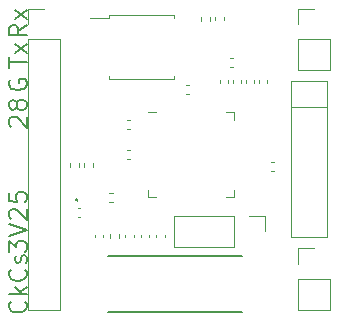
<source format=gbr>
%TF.GenerationSoftware,KiCad,Pcbnew,(6.0.10)*%
%TF.CreationDate,2023-03-03T22:40:34-05:00*%
%TF.ProjectId,module_board,6d6f6475-6c65-45f6-926f-6172642e6b69,rev?*%
%TF.SameCoordinates,Original*%
%TF.FileFunction,Legend,Top*%
%TF.FilePolarity,Positive*%
%FSLAX46Y46*%
G04 Gerber Fmt 4.6, Leading zero omitted, Abs format (unit mm)*
G04 Created by KiCad (PCBNEW (6.0.10)) date 2023-03-03 22:40:34*
%MOMM*%
%LPD*%
G01*
G04 APERTURE LIST*
%ADD10C,0.150000*%
%ADD11C,0.050000*%
%ADD12C,0.120000*%
%ADD13C,0.127000*%
G04 APERTURE END LIST*
D10*
X147078571Y-78642857D02*
X146364285Y-79142857D01*
X147078571Y-79500000D02*
X145578571Y-79500000D01*
X145578571Y-78928571D01*
X145650000Y-78785714D01*
X145721428Y-78714285D01*
X145864285Y-78642857D01*
X146078571Y-78642857D01*
X146221428Y-78714285D01*
X146292857Y-78785714D01*
X146364285Y-78928571D01*
X146364285Y-79500000D01*
X147078571Y-78142857D02*
X146078571Y-77357142D01*
X146078571Y-78142857D02*
X147078571Y-77357142D01*
X145721428Y-87242857D02*
X145650000Y-87171428D01*
X145578571Y-87028571D01*
X145578571Y-86671428D01*
X145650000Y-86528571D01*
X145721428Y-86457142D01*
X145864285Y-86385714D01*
X146007142Y-86385714D01*
X146221428Y-86457142D01*
X147078571Y-87314285D01*
X147078571Y-86385714D01*
X146221428Y-85528571D02*
X146150000Y-85671428D01*
X146078571Y-85742857D01*
X145935714Y-85814285D01*
X145864285Y-85814285D01*
X145721428Y-85742857D01*
X145650000Y-85671428D01*
X145578571Y-85528571D01*
X145578571Y-85242857D01*
X145650000Y-85100000D01*
X145721428Y-85028571D01*
X145864285Y-84957142D01*
X145935714Y-84957142D01*
X146078571Y-85028571D01*
X146150000Y-85100000D01*
X146221428Y-85242857D01*
X146221428Y-85528571D01*
X146292857Y-85671428D01*
X146364285Y-85742857D01*
X146507142Y-85814285D01*
X146792857Y-85814285D01*
X146935714Y-85742857D01*
X147007142Y-85671428D01*
X147078571Y-85528571D01*
X147078571Y-85242857D01*
X147007142Y-85100000D01*
X146935714Y-85028571D01*
X146792857Y-84957142D01*
X146507142Y-84957142D01*
X146364285Y-85028571D01*
X146292857Y-85100000D01*
X146221428Y-85242857D01*
X146935714Y-99342857D02*
X147007142Y-99414285D01*
X147078571Y-99628571D01*
X147078571Y-99771428D01*
X147007142Y-99985714D01*
X146864285Y-100128571D01*
X146721428Y-100200000D01*
X146435714Y-100271428D01*
X146221428Y-100271428D01*
X145935714Y-100200000D01*
X145792857Y-100128571D01*
X145650000Y-99985714D01*
X145578571Y-99771428D01*
X145578571Y-99628571D01*
X145650000Y-99414285D01*
X145721428Y-99342857D01*
X147007142Y-98771428D02*
X147078571Y-98628571D01*
X147078571Y-98342857D01*
X147007142Y-98200000D01*
X146864285Y-98128571D01*
X146792857Y-98128571D01*
X146650000Y-98200000D01*
X146578571Y-98342857D01*
X146578571Y-98557142D01*
X146507142Y-98700000D01*
X146364285Y-98771428D01*
X146292857Y-98771428D01*
X146150000Y-98700000D01*
X146078571Y-98557142D01*
X146078571Y-98342857D01*
X146150000Y-98200000D01*
X146935714Y-102042857D02*
X147007142Y-102114285D01*
X147078571Y-102328571D01*
X147078571Y-102471428D01*
X147007142Y-102685714D01*
X146864285Y-102828571D01*
X146721428Y-102900000D01*
X146435714Y-102971428D01*
X146221428Y-102971428D01*
X145935714Y-102900000D01*
X145792857Y-102828571D01*
X145650000Y-102685714D01*
X145578571Y-102471428D01*
X145578571Y-102328571D01*
X145650000Y-102114285D01*
X145721428Y-102042857D01*
X147078571Y-101400000D02*
X145578571Y-101400000D01*
X146507142Y-101257142D02*
X147078571Y-100828571D01*
X146078571Y-100828571D02*
X146650000Y-101400000D01*
X145721428Y-95042857D02*
X145650000Y-94971428D01*
X145578571Y-94828571D01*
X145578571Y-94471428D01*
X145650000Y-94328571D01*
X145721428Y-94257142D01*
X145864285Y-94185714D01*
X146007142Y-94185714D01*
X146221428Y-94257142D01*
X147078571Y-95114285D01*
X147078571Y-94185714D01*
X145578571Y-92828571D02*
X145578571Y-93542857D01*
X146292857Y-93614285D01*
X146221428Y-93542857D01*
X146150000Y-93400000D01*
X146150000Y-93042857D01*
X146221428Y-92900000D01*
X146292857Y-92828571D01*
X146435714Y-92757142D01*
X146792857Y-92757142D01*
X146935714Y-92828571D01*
X147007142Y-92900000D01*
X147078571Y-93042857D01*
X147078571Y-93400000D01*
X147007142Y-93542857D01*
X146935714Y-93614285D01*
X145650000Y-83307142D02*
X145578571Y-83450000D01*
X145578571Y-83664285D01*
X145650000Y-83878571D01*
X145792857Y-84021428D01*
X145935714Y-84092857D01*
X146221428Y-84164285D01*
X146435714Y-84164285D01*
X146721428Y-84092857D01*
X146864285Y-84021428D01*
X147007142Y-83878571D01*
X147078571Y-83664285D01*
X147078571Y-83521428D01*
X147007142Y-83307142D01*
X146935714Y-83235714D01*
X146435714Y-83235714D01*
X146435714Y-83521428D01*
X145578571Y-97842857D02*
X145578571Y-96914285D01*
X146150000Y-97414285D01*
X146150000Y-97200000D01*
X146221428Y-97057142D01*
X146292857Y-96985714D01*
X146435714Y-96914285D01*
X146792857Y-96914285D01*
X146935714Y-96985714D01*
X147007142Y-97057142D01*
X147078571Y-97200000D01*
X147078571Y-97628571D01*
X147007142Y-97771428D01*
X146935714Y-97842857D01*
X145578571Y-96485714D02*
X147078571Y-95985714D01*
X145578571Y-95485714D01*
X145578571Y-82235714D02*
X145578571Y-81378571D01*
X147078571Y-81807142D02*
X145578571Y-81807142D01*
X147078571Y-81021428D02*
X146078571Y-80235714D01*
X146078571Y-81021428D02*
X147078571Y-80235714D01*
D11*
%TO.C,D1*%
X151317619Y-93396428D02*
X151317619Y-93563095D01*
X151258095Y-93301190D02*
X151198571Y-93479761D01*
X151353333Y-93479761D01*
D12*
%TO.C,C9*%
X155440000Y-96392164D02*
X155440000Y-96607836D01*
X156160000Y-96392164D02*
X156160000Y-96607836D01*
%TO.C,C4*%
X165640000Y-83507836D02*
X165640000Y-83292164D01*
X166360000Y-83507836D02*
X166360000Y-83292164D01*
%TO.C,C5*%
X164160000Y-83507836D02*
X164160000Y-83292164D01*
X163440000Y-83507836D02*
X163440000Y-83292164D01*
%TO.C,J10*%
X170090000Y-78570000D02*
X170090000Y-77240000D01*
X170090000Y-82440000D02*
X172750000Y-82440000D01*
X170090000Y-77240000D02*
X171420000Y-77240000D01*
X172750000Y-79840000D02*
X172750000Y-82440000D01*
X170090000Y-79840000D02*
X170090000Y-82440000D01*
X170090000Y-79840000D02*
X172750000Y-79840000D01*
%TO.C,C8*%
X152840000Y-96392164D02*
X152840000Y-96607836D01*
X153560000Y-96392164D02*
X153560000Y-96607836D01*
%TO.C,C6*%
X164292164Y-82160000D02*
X164507836Y-82160000D01*
X164292164Y-81440000D02*
X164507836Y-81440000D01*
%TO.C,R3*%
X154880000Y-96653641D02*
X154880000Y-96346359D01*
X154120000Y-96653641D02*
X154120000Y-96346359D01*
%TO.C,C14*%
X163760000Y-78207836D02*
X163760000Y-77992164D01*
X163040000Y-78207836D02*
X163040000Y-77992164D01*
%TO.C,J2*%
X147230000Y-79840000D02*
X149890000Y-79840000D01*
X147230000Y-79840000D02*
X147230000Y-102760000D01*
X149890000Y-79840000D02*
X149890000Y-102760000D01*
X147230000Y-77240000D02*
X148560000Y-77240000D01*
X147230000Y-102760000D02*
X149890000Y-102760000D01*
X147230000Y-78570000D02*
X147230000Y-77240000D01*
%TO.C,R4*%
X151480000Y-90346359D02*
X151480000Y-90653641D01*
X150720000Y-90346359D02*
X150720000Y-90653641D01*
%TO.C,C13*%
X166740000Y-83507836D02*
X166740000Y-83292164D01*
X167460000Y-83507836D02*
X167460000Y-83292164D01*
%TO.C,C12*%
X156740000Y-96392164D02*
X156740000Y-96607836D01*
X157460000Y-96392164D02*
X157460000Y-96607836D01*
%TO.C,J9*%
X170090000Y-102750000D02*
X172750000Y-102750000D01*
X170090000Y-98880000D02*
X170090000Y-97550000D01*
X170090000Y-100150000D02*
X172750000Y-100150000D01*
X170090000Y-97550000D02*
X171420000Y-97550000D01*
X172750000Y-100150000D02*
X172750000Y-102750000D01*
X170090000Y-100150000D02*
X170090000Y-102750000D01*
%TO.C,C3*%
X164540000Y-83292164D02*
X164540000Y-83507836D01*
X165260000Y-83292164D02*
X165260000Y-83507836D01*
%TO.C,C10*%
X155807836Y-89240000D02*
X155592164Y-89240000D01*
X155807836Y-89960000D02*
X155592164Y-89960000D01*
%TO.C,R6*%
X154353641Y-92820000D02*
X154046359Y-92820000D01*
X154353641Y-93580000D02*
X154046359Y-93580000D01*
%TO.C,C11*%
X167772164Y-90246250D02*
X167987836Y-90246250D01*
X167772164Y-90966250D02*
X167987836Y-90966250D01*
D13*
%TO.C,Y1*%
X165350000Y-98200000D02*
X153950000Y-98200000D01*
X165350000Y-102900000D02*
X153950000Y-102900000D01*
D12*
%TO.C,C2*%
X158040000Y-96392164D02*
X158040000Y-96607836D01*
X158760000Y-96392164D02*
X158760000Y-96607836D01*
%TO.C,R2*%
X161820000Y-77946359D02*
X161820000Y-78253641D01*
X162580000Y-77946359D02*
X162580000Y-78253641D01*
%TO.C,C15*%
X151392164Y-94860000D02*
X151607836Y-94860000D01*
X151392164Y-94140000D02*
X151607836Y-94140000D01*
%TO.C,J1*%
X164655000Y-97430000D02*
X159515000Y-97430000D01*
X164655000Y-94770000D02*
X164655000Y-97430000D01*
X159515000Y-94770000D02*
X159515000Y-97430000D01*
X167255000Y-94770000D02*
X167255000Y-96100000D01*
X164655000Y-94770000D02*
X159515000Y-94770000D01*
X165925000Y-94770000D02*
X167255000Y-94770000D01*
%TO.C,U1*%
X158040000Y-93222500D02*
X157390000Y-93222500D01*
X164610000Y-93222500D02*
X164610000Y-92572500D01*
X163960000Y-93222500D02*
X164610000Y-93222500D01*
X164610000Y-86002500D02*
X164610000Y-86652500D01*
X157390000Y-93222500D02*
X157390000Y-92572500D01*
X158040000Y-86002500D02*
X157390000Y-86002500D01*
X163960000Y-86002500D02*
X164610000Y-86002500D01*
%TO.C,J5*%
X169500000Y-83400000D02*
X172500000Y-83400000D01*
X172500000Y-83400000D02*
X172500000Y-96600000D01*
X172500000Y-96600000D02*
X169500000Y-96600000D01*
X172500000Y-85600000D02*
X169500000Y-85600000D01*
X169500000Y-96600000D02*
X169500000Y-83400000D01*
%TO.C,C1*%
X160592164Y-84460000D02*
X160807836Y-84460000D01*
X160592164Y-83740000D02*
X160807836Y-83740000D01*
%TO.C,U2*%
X156800000Y-77775000D02*
X159525000Y-77775000D01*
X156800000Y-83225000D02*
X159525000Y-83225000D01*
X154075000Y-83225000D02*
X154075000Y-82965000D01*
X154075000Y-78035000D02*
X152400000Y-78035000D01*
X154075000Y-77775000D02*
X154075000Y-78035000D01*
X159525000Y-83225000D02*
X159525000Y-82965000D01*
X159525000Y-77775000D02*
X159525000Y-78035000D01*
X156800000Y-77775000D02*
X154075000Y-77775000D01*
X156800000Y-83225000D02*
X154075000Y-83225000D01*
%TO.C,R5*%
X151920000Y-90346359D02*
X151920000Y-90653641D01*
X152680000Y-90346359D02*
X152680000Y-90653641D01*
%TO.C,C7*%
X155807836Y-87410000D02*
X155592164Y-87410000D01*
X155807836Y-86690000D02*
X155592164Y-86690000D01*
%TD*%
M02*

</source>
